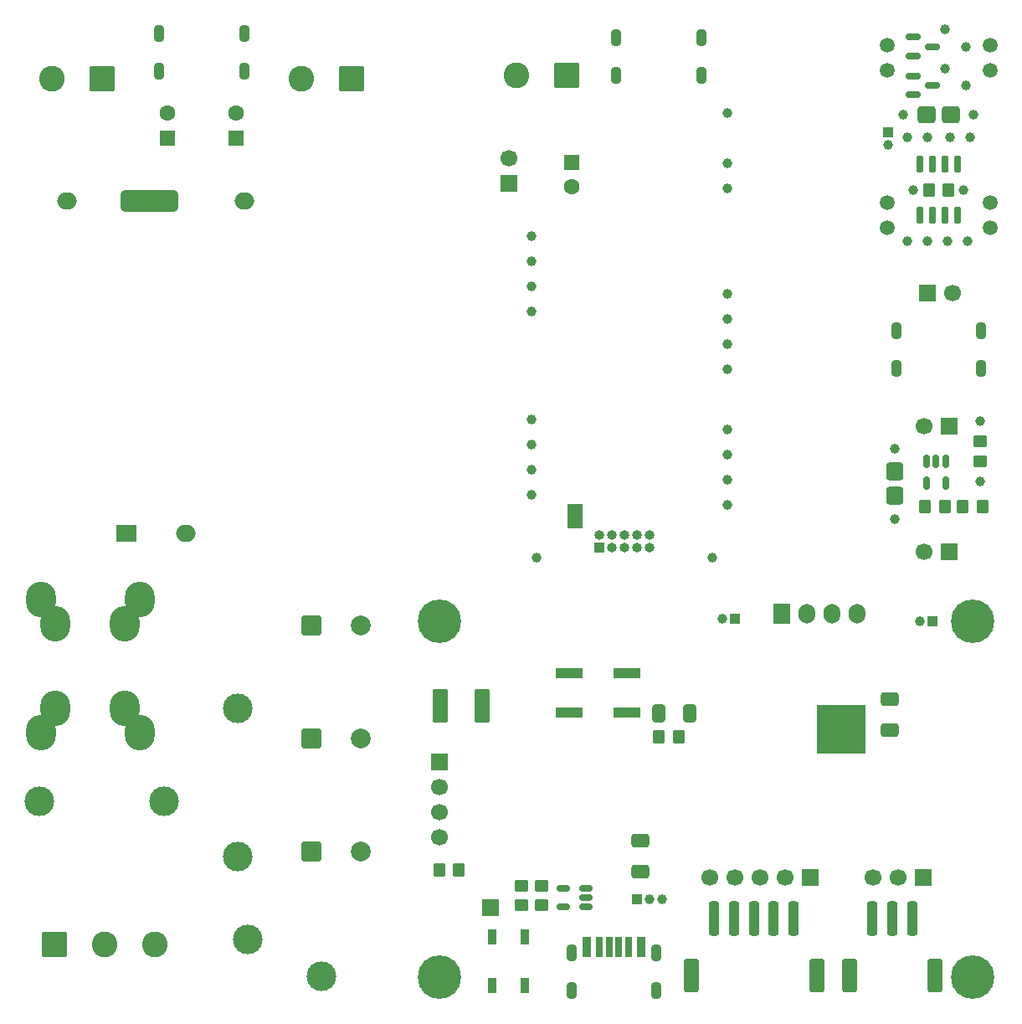
<source format=gbs>
%TF.GenerationSoftware,KiCad,Pcbnew,9.0.2*%
%TF.CreationDate,2025-06-27T14:41:47+02:00*%
%TF.ProjectId,led_driver_220v_p3,6c65645f-6472-4697-9665-725f32323076,rev?*%
%TF.SameCoordinates,Original*%
%TF.FileFunction,Soldermask,Bot*%
%TF.FilePolarity,Negative*%
%FSLAX46Y46*%
G04 Gerber Fmt 4.6, Leading zero omitted, Abs format (unit mm)*
G04 Created by KiCad (PCBNEW 9.0.2) date 2025-06-27 14:41:47*
%MOMM*%
%LPD*%
G01*
G04 APERTURE LIST*
G04 Aperture macros list*
%AMRoundRect*
0 Rectangle with rounded corners*
0 $1 Rounding radius*
0 $2 $3 $4 $5 $6 $7 $8 $9 X,Y pos of 4 corners*
0 Add a 4 corners polygon primitive as box body*
4,1,4,$2,$3,$4,$5,$6,$7,$8,$9,$2,$3,0*
0 Add four circle primitives for the rounded corners*
1,1,$1+$1,$2,$3*
1,1,$1+$1,$4,$5*
1,1,$1+$1,$6,$7*
1,1,$1+$1,$8,$9*
0 Add four rect primitives between the rounded corners*
20,1,$1+$1,$2,$3,$4,$5,0*
20,1,$1+$1,$4,$5,$6,$7,0*
20,1,$1+$1,$6,$7,$8,$9,0*
20,1,$1+$1,$8,$9,$2,$3,0*%
%AMFreePoly0*
4,1,23,0.910000,-1.100000,-0.400000,-1.100000,-0.400000,-1.095722,-0.477763,-1.095722,-0.603842,-1.061940,-0.716881,-0.996677,-0.809177,-0.904381,-0.874440,-0.791342,-0.908222,-0.665263,-0.908222,-0.600000,-0.910000,-0.600000,-0.910000,0.600000,-0.908222,0.600000,-0.908222,0.665263,-0.874440,0.791342,-0.809177,0.904381,-0.716881,0.996677,-0.603842,1.061940,-0.477763,1.095722,-0.400000,1.095722,
-0.400000,1.100000,0.910000,1.100000,0.910000,-1.100000,0.910000,-1.100000,$1*%
%AMFreePoly1*
4,1,23,0.410000,1.095722,0.475263,1.095722,0.601342,1.061940,0.714381,0.996677,0.806677,0.904381,0.871940,0.791342,0.905722,0.665263,0.905722,0.600000,0.910000,0.600000,0.910000,-0.600000,0.905722,-0.600000,0.905722,-0.665263,0.871940,-0.791342,0.806677,-0.904381,0.714381,-0.996677,0.601342,-1.061940,0.475263,-1.095722,0.410000,-1.095722,0.410000,-1.100000,-0.910000,-1.100000,
-0.910000,1.100000,0.410000,1.100000,0.410000,1.095722,0.410000,1.095722,$1*%
%AMFreePoly2*
4,1,6,1.000000,0.000000,0.500000,-0.750000,-0.500000,-0.750000,-0.500000,0.750000,0.500000,0.750000,1.000000,0.000000,1.000000,0.000000,$1*%
%AMFreePoly3*
4,1,6,0.500000,-0.750000,-0.650000,-0.750000,-0.150000,0.000000,-0.650000,0.750000,0.500000,0.750000,0.500000,-0.750000,0.500000,-0.750000,$1*%
G04 Aperture macros list end*
%ADD10RoundRect,0.250000X-0.750000X-0.750000X0.750000X-0.750000X0.750000X0.750000X-0.750000X0.750000X0*%
%ADD11C,2.000000*%
%ADD12C,1.000000*%
%ADD13RoundRect,0.250000X1.050000X1.050000X-1.050000X1.050000X-1.050000X-1.050000X1.050000X-1.050000X0*%
%ADD14C,2.600000*%
%ADD15C,1.500000*%
%ADD16RoundRect,0.250000X-1.050000X-1.050000X1.050000X-1.050000X1.050000X1.050000X-1.050000X1.050000X0*%
%ADD17RoundRect,0.250000X-0.550000X0.550000X-0.550000X-0.550000X0.550000X-0.550000X0.550000X0.550000X0*%
%ADD18C,1.600000*%
%ADD19C,3.000000*%
%ADD20C,4.400000*%
%ADD21R,1.700000X1.700000*%
%ADD22C,1.700000*%
%ADD23R,1.000000X1.000000*%
%ADD24O,1.000000X1.000000*%
%ADD25RoundRect,0.250000X0.550000X-0.550000X0.550000X0.550000X-0.550000X0.550000X-0.550000X-0.550000X0*%
%ADD26O,1.100000X1.800000*%
%ADD27R,2.000000X1.700000*%
%ADD28O,2.000000X1.700000*%
%ADD29R,5.000000X5.000000*%
%ADD30O,3.000000X3.600000*%
%ADD31RoundRect,0.250000X-0.350000X-0.450000X0.350000X-0.450000X0.350000X0.450000X-0.350000X0.450000X0*%
%ADD32R,0.700000X2.000000*%
%ADD33R,0.800000X2.000000*%
%ADD34R,0.900000X2.000000*%
%ADD35FreePoly0,180.000000*%
%ADD36FreePoly1,180.000000*%
%ADD37RoundRect,0.250000X0.350000X0.450000X-0.350000X0.450000X-0.350000X-0.450000X0.350000X-0.450000X0*%
%ADD38RoundRect,0.250000X-0.412500X-0.650000X0.412500X-0.650000X0.412500X0.650000X-0.412500X0.650000X0*%
%ADD39RoundRect,0.336539X-0.538461X0.563461X-0.538461X-0.563461X0.538461X-0.563461X0.538461X0.563461X0*%
%ADD40RoundRect,0.090000X-0.360000X0.660000X-0.360000X-0.660000X0.360000X-0.660000X0.360000X0.660000X0*%
%ADD41RoundRect,0.150000X-0.150000X0.725000X-0.150000X-0.725000X0.150000X-0.725000X0.150000X0.725000X0*%
%ADD42RoundRect,0.250000X-0.650000X0.412500X-0.650000X-0.412500X0.650000X-0.412500X0.650000X0.412500X0*%
%ADD43O,1.700000X2.000000*%
%ADD44R,1.700000X2.000000*%
%ADD45RoundRect,0.150000X-0.150000X0.512500X-0.150000X-0.512500X0.150000X-0.512500X0.150000X0.512500X0*%
%ADD46RoundRect,0.250000X0.450000X-0.350000X0.450000X0.350000X-0.450000X0.350000X-0.450000X-0.350000X0*%
%ADD47RoundRect,0.150000X-0.587500X-0.150000X0.587500X-0.150000X0.587500X0.150000X-0.587500X0.150000X0*%
%ADD48RoundRect,0.250000X-0.450000X0.350000X-0.450000X-0.350000X0.450000X-0.350000X0.450000X0.350000X0*%
%ADD49RoundRect,0.336539X0.563461X0.538461X-0.563461X0.538461X-0.563461X-0.538461X0.563461X-0.538461X0*%
%ADD50RoundRect,0.150000X0.512500X0.150000X-0.512500X0.150000X-0.512500X-0.150000X0.512500X-0.150000X0*%
%ADD51RoundRect,0.250000X0.250000X1.500000X-0.250000X1.500000X-0.250000X-1.500000X0.250000X-1.500000X0*%
%ADD52RoundRect,0.250001X0.499999X1.449999X-0.499999X1.449999X-0.499999X-1.449999X0.499999X-1.449999X0*%
%ADD53R,2.750000X1.000000*%
%ADD54RoundRect,0.250000X-0.537500X-1.450000X0.537500X-1.450000X0.537500X1.450000X-0.537500X1.450000X0*%
%ADD55FreePoly2,90.000000*%
%ADD56FreePoly3,90.000000*%
G04 APERTURE END LIST*
%TO.C,JP6*%
G36*
X64806000Y-57442000D02*
G01*
X62626000Y-57442000D01*
X62626000Y-59642000D01*
X64806000Y-59642000D01*
X64806000Y-57442000D01*
G37*
%TO.C,JP7*%
G36*
X107514000Y-91644000D02*
G01*
X106014000Y-91644000D01*
X106014000Y-89194000D01*
X107514000Y-89194000D01*
X107514000Y-91644000D01*
G37*
%TD*%
D10*
%TO.C,C10*%
X80052000Y-124328000D03*
D11*
X85052000Y-124328000D03*
%TD*%
D12*
%TO.C,TP5*%
X122136000Y-86736000D03*
%TD*%
%TO.C,TP4*%
X122136000Y-73020000D03*
%TD*%
%TO.C,TP15*%
X120612000Y-94610000D03*
%TD*%
D13*
%TO.C,J8*%
X105885000Y-45842000D03*
D14*
X100805000Y-45842000D03*
%TD*%
D15*
%TO.C,TP24*%
X148730000Y-58662000D03*
%TD*%
D16*
%TO.C,J9*%
X54064000Y-133726000D03*
D14*
X59144000Y-133726000D03*
X64224000Y-133726000D03*
%TD*%
D12*
%TO.C,TP10a1*%
X102324000Y-69718000D03*
%TD*%
D15*
%TO.C,TP25*%
X148730000Y-42787000D03*
%TD*%
%TO.C,TP29*%
X148730000Y-61202000D03*
%TD*%
D17*
%TO.C,C12*%
X106383000Y-54605000D03*
D18*
X106383000Y-57105000D03*
%TD*%
D19*
%TO.C,F1*%
X52540000Y-119248000D03*
X65140000Y-119248000D03*
%TD*%
D20*
%TO.C,H3*%
X147000000Y-101000000D03*
%TD*%
D12*
%TO.C,TP6*%
X122136000Y-84196000D03*
%TD*%
D21*
%TO.C,J12*%
X142380000Y-67806000D03*
D22*
X144920000Y-67806000D03*
%TD*%
D21*
%TO.C,J13*%
X144610000Y-94000000D03*
D22*
X142070000Y-94000000D03*
%TD*%
D23*
%TO.C,J1*%
X109182000Y-93594000D03*
D24*
X109182000Y-92324000D03*
X110452000Y-93594000D03*
X110452000Y-92324000D03*
X111722000Y-93594000D03*
X111722000Y-92324000D03*
X112992000Y-93594000D03*
X112992000Y-92324000D03*
X114262000Y-93594000D03*
X114262000Y-92324000D03*
%TD*%
D15*
%TO.C,TP28*%
X148730000Y-45327000D03*
%TD*%
D25*
%TO.C,C9*%
X72479000Y-52152000D03*
D18*
X72479000Y-49652000D03*
%TD*%
D20*
%TO.C,H1*%
X93000000Y-101000000D03*
%TD*%
D12*
%TO.C,TP9*%
X102324000Y-83180000D03*
%TD*%
D19*
%TO.C,X1*%
X72606000Y-109850000D03*
X72606000Y-124850000D03*
%TD*%
D23*
%TO.C,J9*%
X122956000Y-100794000D03*
D12*
X121686000Y-100794000D03*
%TD*%
%TO.C,TP2*%
X122136000Y-49668000D03*
%TD*%
D26*
%TO.C,P3*%
X139223000Y-71672500D03*
X139223000Y-75472500D03*
X147823000Y-71672500D03*
X147823000Y-75472500D03*
%TD*%
D12*
%TO.C,TP3b1*%
X122136000Y-89276000D03*
%TD*%
D10*
%TO.C,C6*%
X80052000Y-101468000D03*
D11*
X85052000Y-101468000D03*
%TD*%
D27*
%TO.C,PS1*%
X61337500Y-92162500D03*
D28*
X67337500Y-92162500D03*
X55337500Y-58562500D03*
X73337500Y-58562500D03*
%TD*%
D21*
%TO.C,J6*%
X142006000Y-126956000D03*
D22*
X139466000Y-126956000D03*
X136926000Y-126956000D03*
%TD*%
D20*
%TO.C,H4*%
X147000000Y-137000000D03*
%TD*%
D29*
%TO.C,U2*%
X133665000Y-111986000D03*
%TD*%
D12*
%TO.C,TP12*%
X102324000Y-62098000D03*
%TD*%
%TO.C,TP13*%
X102832000Y-94610000D03*
%TD*%
%TO.C,TP7*%
X122136000Y-81656000D03*
%TD*%
%TO.C,TP9b1*%
X102324000Y-80640000D03*
%TD*%
D26*
%TO.C,P1*%
X119534000Y-45785500D03*
X119534000Y-41985500D03*
X110934000Y-45785500D03*
X110934000Y-41985500D03*
%TD*%
D23*
%TO.C,J10*%
X113050000Y-129115000D03*
D12*
X114320000Y-129115000D03*
X115590000Y-129115000D03*
%TD*%
D15*
%TO.C,TP26*%
X138316000Y-61202000D03*
%TD*%
D12*
%TO.C,TP11*%
X122136000Y-75560000D03*
%TD*%
D15*
%TO.C,TP22*%
X138316000Y-42787000D03*
%TD*%
D10*
%TO.C,C8*%
X80052000Y-112898000D03*
D11*
X85052000Y-112898000D03*
%TD*%
D12*
%TO.C,TP3*%
X122136000Y-70480000D03*
%TD*%
%TO.C,TP9a1*%
X102324000Y-67178000D03*
%TD*%
D26*
%TO.C,P2*%
X73299200Y-45379100D03*
X73299200Y-41579100D03*
X64699200Y-45379100D03*
X64699200Y-41579100D03*
%TD*%
D12*
%TO.C,TP3a1*%
X122136000Y-54732000D03*
%TD*%
%TO.C,TP10b1*%
X102324000Y-88260000D03*
%TD*%
D21*
%TO.C,J14*%
X144610000Y-81300000D03*
D22*
X142070000Y-81300000D03*
%TD*%
D23*
%TO.C,J7*%
X142895000Y-101048000D03*
D12*
X141625000Y-101048000D03*
%TD*%
D19*
%TO.C,RV1*%
X81122000Y-136918000D03*
X73622000Y-133218000D03*
%TD*%
D20*
%TO.C,H2*%
X93000000Y-137000000D03*
%TD*%
D21*
%TO.C,CN1*%
X100033000Y-56764000D03*
D22*
X100033000Y-54224000D03*
%TD*%
D15*
%TO.C,TP27*%
X138316000Y-58662000D03*
%TD*%
D12*
%TO.C,TP14*%
X102324000Y-64638000D03*
%TD*%
D30*
%TO.C,L1*%
X54200000Y-109800000D03*
X52700000Y-112300000D03*
X62700000Y-112300000D03*
X61200000Y-109800000D03*
X54200000Y-101300000D03*
X52700000Y-98800000D03*
X62700000Y-98800000D03*
X61200000Y-101300000D03*
%TD*%
D23*
%TO.C,J17*%
X138443000Y-51550000D03*
D12*
X138443000Y-52820000D03*
%TD*%
%TO.C,TP8*%
X122136000Y-57272000D03*
%TD*%
D25*
%TO.C,C7*%
X65494000Y-52152000D03*
D18*
X65494000Y-49652000D03*
%TD*%
D21*
%TO.C,J8*%
X130576000Y-126956000D03*
D22*
X128036000Y-126956000D03*
X125496000Y-126956000D03*
X122956000Y-126956000D03*
X120416000Y-126956000D03*
%TD*%
D13*
%TO.C,J11*%
X84163000Y-46182500D03*
D14*
X79083000Y-46182500D03*
%TD*%
D13*
%TO.C,J10*%
X58895000Y-46182500D03*
D14*
X53815000Y-46182500D03*
%TD*%
D12*
%TO.C,TP1*%
X122136000Y-67940000D03*
%TD*%
%TO.C,TP10*%
X102324000Y-85720000D03*
%TD*%
D15*
%TO.C,TP23*%
X138316000Y-45327000D03*
%TD*%
D31*
%TO.C,R2*%
X115225000Y-112681200D03*
X117225000Y-112681200D03*
%TD*%
D32*
%TO.C,P1*%
X111180400Y-133936000D03*
D33*
X109160400Y-133936000D03*
D34*
X107930400Y-133936000D03*
D32*
X110180400Y-133936000D03*
D33*
X112200400Y-133936000D03*
D34*
X113430400Y-133936000D03*
D26*
X114980400Y-138386000D03*
X114980400Y-134586000D03*
X106380400Y-138386000D03*
X106380400Y-134586000D03*
%TD*%
D35*
%TO.C,JP6*%
X65716000Y-58542000D03*
D36*
X61716000Y-58542000D03*
%TD*%
D37*
%TO.C,R5*%
X144539000Y-57392000D03*
X142539000Y-57392000D03*
%TD*%
D12*
%TO.C,TP41*%
X140348000Y-62599000D03*
%TD*%
%TO.C,TP35*%
X144666000Y-52058000D03*
%TD*%
%TO.C,TP30*%
X146317000Y-42914000D03*
%TD*%
%TO.C,TP45*%
X140983000Y-57392000D03*
%TD*%
%TO.C,TP47*%
X147714000Y-80760000D03*
%TD*%
D38*
%TO.C,C9*%
X115209000Y-110344400D03*
X118334000Y-110344400D03*
%TD*%
D39*
%TO.C,R8*%
X139078000Y-85860000D03*
X139078000Y-88360000D03*
%TD*%
D12*
%TO.C,TP31*%
X146317000Y-46851000D03*
%TD*%
D21*
%TO.C,J4*%
X93048000Y-115272000D03*
D22*
X93048000Y-117812000D03*
X93048000Y-120352000D03*
X93048000Y-122892000D03*
%TD*%
D12*
%TO.C,TP44*%
X146063000Y-57392000D03*
%TD*%
D40*
%TO.C,D1*%
X98345400Y-132950400D03*
X101645400Y-132950400D03*
X101645400Y-137850400D03*
X98345400Y-137850400D03*
%TD*%
D41*
%TO.C,J51*%
X141618000Y-54817000D03*
X142888000Y-54817000D03*
X144158000Y-54817000D03*
X145428000Y-54817000D03*
X145428000Y-59967000D03*
X144158000Y-59967000D03*
X142888000Y-59967000D03*
X141618000Y-59967000D03*
%TD*%
D12*
%TO.C,TP32*%
X144158000Y-45134000D03*
%TD*%
D31*
%TO.C,R7*%
X145968000Y-89396000D03*
X147968000Y-89396000D03*
%TD*%
D42*
%TO.C,C3*%
X113368000Y-123247600D03*
X113368000Y-126372600D03*
%TD*%
D43*
%TO.C,J5*%
X135262800Y-100286000D03*
X132722800Y-100286000D03*
X130182800Y-100286000D03*
D44*
X127642800Y-100286000D03*
%TD*%
D21*
%TO.C,J1*%
X98216400Y-130004000D03*
%TD*%
D42*
%TO.C,C2*%
X138577000Y-108934300D03*
X138577000Y-112059300D03*
%TD*%
D31*
%TO.C,R1*%
X93000000Y-126194000D03*
X95000000Y-126194000D03*
%TD*%
D45*
%TO.C,U3*%
X142319000Y-84824000D03*
X143269000Y-84824000D03*
X144219000Y-84824000D03*
X144219000Y-87099000D03*
X142319000Y-87099000D03*
%TD*%
D12*
%TO.C,TP34*%
X146698000Y-52058000D03*
%TD*%
D46*
%TO.C,R4*%
X101366000Y-129750000D03*
X101366000Y-127750000D03*
%TD*%
D12*
%TO.C,TP38*%
X146444000Y-62599000D03*
%TD*%
D47*
%TO.C,Q3*%
X140983000Y-47801000D03*
X140983000Y-45901000D03*
X142858000Y-46851000D03*
%TD*%
D12*
%TO.C,TP42*%
X147079000Y-49772000D03*
%TD*%
D48*
%TO.C,R9*%
X147714000Y-82824000D03*
X147714000Y-84824000D03*
%TD*%
D47*
%TO.C,Q2*%
X140983000Y-43864000D03*
X140983000Y-41964000D03*
X142858000Y-42914000D03*
%TD*%
D12*
%TO.C,TP40*%
X142380000Y-62599000D03*
%TD*%
D31*
%TO.C,R6*%
X142158000Y-89396000D03*
X144158000Y-89396000D03*
%TD*%
D12*
%TO.C,TP46*%
X139078000Y-83554000D03*
%TD*%
%TO.C,TP36*%
X142380000Y-52058000D03*
%TD*%
%TO.C,TP33*%
X144158000Y-41197000D03*
%TD*%
D49*
%TO.C,R4*%
X144773000Y-49772000D03*
X142273000Y-49772000D03*
%TD*%
D12*
%TO.C,TP48*%
X139078000Y-90666000D03*
%TD*%
%TO.C,TP39*%
X144412000Y-62599000D03*
%TD*%
D50*
%TO.C,U3*%
X107837500Y-128038000D03*
X107837500Y-128988000D03*
X107837500Y-129938000D03*
X105562500Y-129938000D03*
X105562500Y-128038000D03*
%TD*%
D51*
%TO.C,J3*%
X140837600Y-131112000D03*
X138837600Y-131112000D03*
X136837600Y-131112000D03*
D52*
X143187600Y-136862000D03*
X134487600Y-136862000D03*
%TD*%
D53*
%TO.C,SW1*%
X111952000Y-106242800D03*
X106192000Y-106242800D03*
X111952000Y-110242800D03*
X106192000Y-110242800D03*
%TD*%
D54*
%TO.C,C1*%
X93098800Y-109590200D03*
X97373800Y-109590200D03*
%TD*%
D12*
%TO.C,TP37*%
X140348000Y-52058000D03*
%TD*%
%TO.C,TP43*%
X139967000Y-49772000D03*
%TD*%
D48*
%TO.C,R3*%
X103398000Y-127750000D03*
X103398000Y-129750000D03*
%TD*%
D51*
%TO.C,J2*%
X128835600Y-131091000D03*
X126835600Y-131091000D03*
X124835600Y-131091000D03*
X122835600Y-131091000D03*
X120835600Y-131091000D03*
D52*
X131185600Y-136841000D03*
X118485600Y-136841000D03*
%TD*%
D12*
%TO.C,TP49*%
X147714000Y-86856000D03*
%TD*%
D55*
%TO.C,JP7*%
X106764000Y-91144000D03*
D56*
X106764000Y-89694000D03*
%TD*%
M02*

</source>
